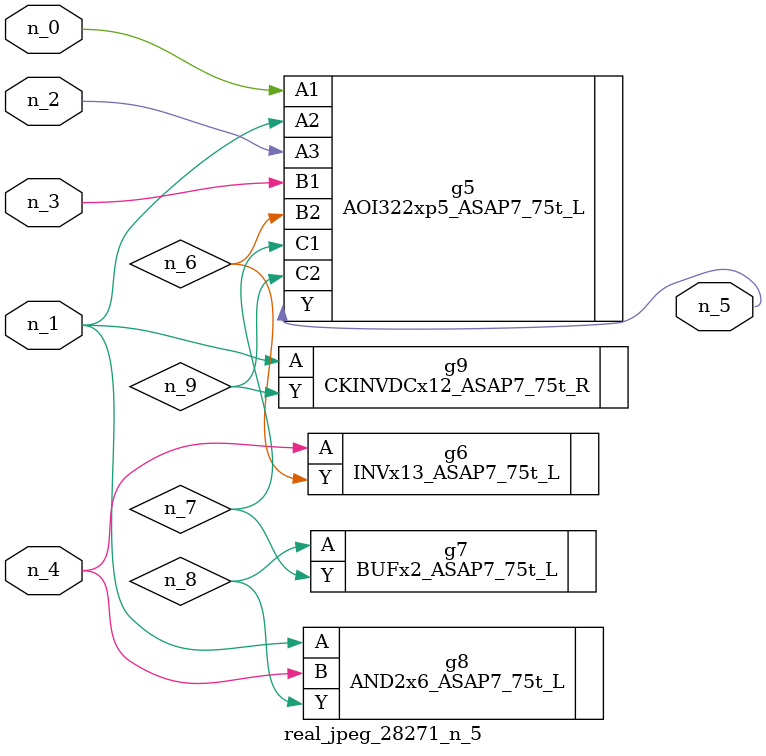
<source format=v>
module real_jpeg_28271_n_5 (n_4, n_0, n_1, n_2, n_3, n_5);

input n_4;
input n_0;
input n_1;
input n_2;
input n_3;

output n_5;

wire n_8;
wire n_6;
wire n_7;
wire n_9;

AOI322xp5_ASAP7_75t_L g5 ( 
.A1(n_0),
.A2(n_1),
.A3(n_2),
.B1(n_3),
.B2(n_6),
.C1(n_7),
.C2(n_9),
.Y(n_5)
);

AND2x6_ASAP7_75t_L g8 ( 
.A(n_1),
.B(n_4),
.Y(n_8)
);

CKINVDCx12_ASAP7_75t_R g9 ( 
.A(n_1),
.Y(n_9)
);

INVx13_ASAP7_75t_L g6 ( 
.A(n_4),
.Y(n_6)
);

BUFx2_ASAP7_75t_L g7 ( 
.A(n_8),
.Y(n_7)
);


endmodule
</source>
